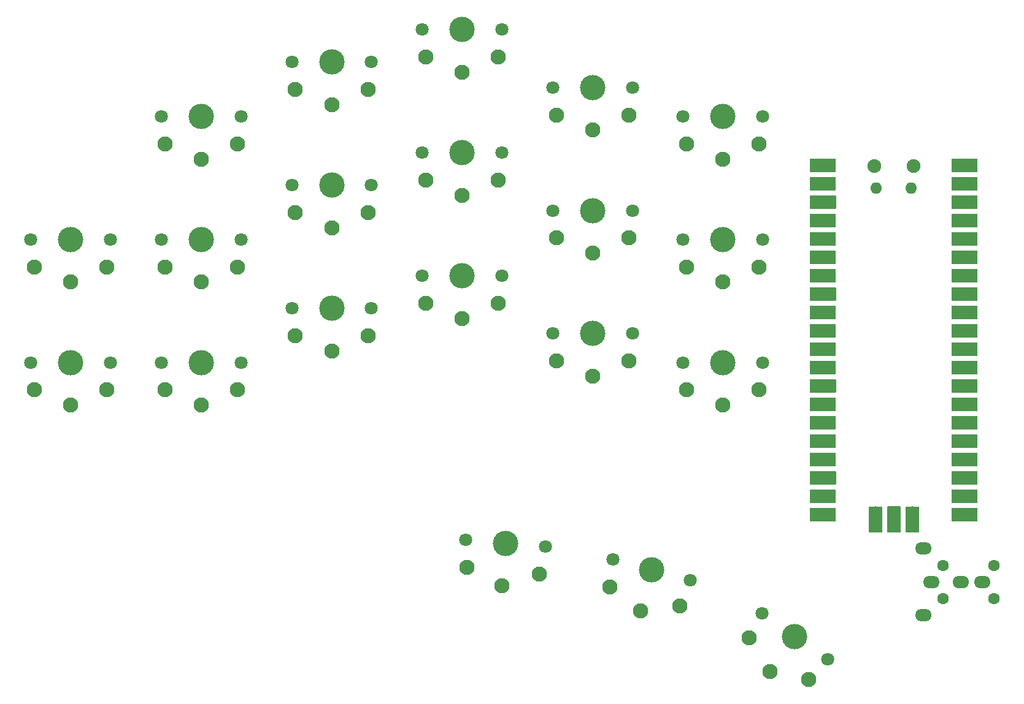
<source format=gbr>
%TF.GenerationSoftware,KiCad,Pcbnew,6.0.6*%
%TF.CreationDate,2022-07-16T22:08:54-05:00*%
%TF.ProjectId,junk,6a756e6b-2e6b-4696-9361-645f70636258,v1.0.0*%
%TF.SameCoordinates,Original*%
%TF.FileFunction,Soldermask,Top*%
%TF.FilePolarity,Negative*%
%FSLAX46Y46*%
G04 Gerber Fmt 4.6, Leading zero omitted, Abs format (unit mm)*
G04 Created by KiCad (PCBNEW 6.0.6) date 2022-07-16 22:08:54*
%MOMM*%
%LPD*%
G01*
G04 APERTURE LIST*
G04 Aperture macros list*
%AMRoundRect*
0 Rectangle with rounded corners*
0 $1 Rounding radius*
0 $2 $3 $4 $5 $6 $7 $8 $9 X,Y pos of 4 corners*
0 Add a 4 corners polygon primitive as box body*
4,1,4,$2,$3,$4,$5,$6,$7,$8,$9,$2,$3,0*
0 Add four circle primitives for the rounded corners*
1,1,$1+$1,$2,$3*
1,1,$1+$1,$4,$5*
1,1,$1+$1,$6,$7*
1,1,$1+$1,$8,$9*
0 Add four rect primitives between the rounded corners*
20,1,$1+$1,$2,$3,$4,$5,0*
20,1,$1+$1,$4,$5,$6,$7,0*
20,1,$1+$1,$6,$7,$8,$9,0*
20,1,$1+$1,$8,$9,$2,$3,0*%
G04 Aperture macros list end*
%ADD10C,3.500000*%
%ADD11C,1.800000*%
%ADD12C,2.100000*%
%ADD13O,1.900000X1.900000*%
%ADD14O,1.600000X1.600000*%
%ADD15O,1.800000X1.800000*%
%ADD16RoundRect,0.050000X-1.750000X-0.850000X1.750000X-0.850000X1.750000X0.850000X-1.750000X0.850000X0*%
%ADD17RoundRect,0.050000X-0.850000X-0.850000X0.850000X-0.850000X0.850000X0.850000X-0.850000X0.850000X0*%
%ADD18RoundRect,0.050000X0.850000X-1.750000X0.850000X1.750000X-0.850000X1.750000X-0.850000X-1.750000X0*%
%ADD19C,1.600000*%
%ADD20O,2.300000X1.700000*%
G04 APERTURE END LIST*
D10*
%TO.C,S20*%
X260379303Y-197779610D03*
D11*
X264884639Y-200934280D03*
X255873967Y-194624940D03*
D12*
X256995202Y-202612607D03*
X262295473Y-203760270D03*
X254103952Y-198024506D03*
%TD*%
D10*
%TO.C,S19*%
X240639980Y-188575012D03*
D11*
X245952572Y-189998517D03*
X235327388Y-187151507D03*
D12*
X239112948Y-194273974D03*
X244486097Y-193539625D03*
X234826838Y-190951435D03*
%TD*%
D10*
%TO.C,S18*%
X220470000Y-184930000D03*
D11*
X225949071Y-185409357D03*
X214990929Y-184450643D03*
D12*
X219955781Y-190807549D03*
X225119782Y-189151319D03*
X215157835Y-188279761D03*
%TD*%
D10*
%TO.C,S17*%
X250470000Y-125930000D03*
D11*
X255970000Y-125930000D03*
X244970000Y-125930000D03*
D12*
X250470000Y-131830000D03*
X255470000Y-129730000D03*
X245470000Y-129730000D03*
%TD*%
D10*
%TO.C,S16*%
X250470000Y-142930000D03*
D11*
X255970000Y-142930000D03*
X244970000Y-142930000D03*
D12*
X250470000Y-148830000D03*
X255470000Y-146730000D03*
X245470000Y-146730000D03*
%TD*%
D10*
%TO.C,S15*%
X250470000Y-159930000D03*
D11*
X255970000Y-159930000D03*
X244970000Y-159930000D03*
D12*
X250470000Y-165830000D03*
X255470000Y-163730000D03*
X245470000Y-163730000D03*
%TD*%
D10*
%TO.C,S14*%
X232470000Y-121930000D03*
D11*
X237970000Y-121930000D03*
X226970000Y-121930000D03*
D12*
X232470000Y-127830000D03*
X237470000Y-125730000D03*
X227470000Y-125730000D03*
%TD*%
D10*
%TO.C,S13*%
X232470000Y-138930000D03*
D11*
X237970000Y-138930000D03*
X226970000Y-138930000D03*
D12*
X232470000Y-144830000D03*
X237470000Y-142730000D03*
X227470000Y-142730000D03*
%TD*%
D10*
%TO.C,S12*%
X232470000Y-155930000D03*
D11*
X237970000Y-155930000D03*
X226970000Y-155930000D03*
D12*
X232470000Y-161830000D03*
X237470000Y-159730000D03*
X227470000Y-159730000D03*
%TD*%
D10*
%TO.C,S11*%
X214470000Y-113930000D03*
D11*
X219970000Y-113930000D03*
X208970000Y-113930000D03*
D12*
X214470000Y-119830000D03*
X219470000Y-117730000D03*
X209470000Y-117730000D03*
%TD*%
D10*
%TO.C,S10*%
X214470000Y-130930000D03*
D11*
X219970000Y-130930000D03*
X208970000Y-130930000D03*
D12*
X214470000Y-136830000D03*
X219470000Y-134730000D03*
X209470000Y-134730000D03*
%TD*%
D10*
%TO.C,S9*%
X214470000Y-147930000D03*
D11*
X219970000Y-147930000D03*
X208970000Y-147930000D03*
D12*
X214470000Y-153830000D03*
X219470000Y-151730000D03*
X209470000Y-151730000D03*
%TD*%
D10*
%TO.C,S8*%
X196470000Y-118430000D03*
D11*
X201970000Y-118430000D03*
X190970000Y-118430000D03*
D12*
X196470000Y-124330000D03*
X201470000Y-122230000D03*
X191470000Y-122230000D03*
%TD*%
D10*
%TO.C,S7*%
X196470000Y-135430000D03*
D11*
X201970000Y-135430000D03*
X190970000Y-135430000D03*
D12*
X196470000Y-141330000D03*
X201470000Y-139230000D03*
X191470000Y-139230000D03*
%TD*%
D10*
%TO.C,S6*%
X196470000Y-152430000D03*
D11*
X201970000Y-152430000D03*
X190970000Y-152430000D03*
D12*
X196470000Y-158330000D03*
X201470000Y-156230000D03*
X191470000Y-156230000D03*
%TD*%
D10*
%TO.C,S5*%
X178470000Y-125930000D03*
D11*
X183970000Y-125930000D03*
X172970000Y-125930000D03*
D12*
X178470000Y-131830000D03*
X183470000Y-129730000D03*
X173470000Y-129730000D03*
%TD*%
D10*
%TO.C,S4*%
X178470000Y-142930000D03*
D11*
X183970000Y-142930000D03*
X172970000Y-142930000D03*
D12*
X178470000Y-148830000D03*
X183470000Y-146730000D03*
X173470000Y-146730000D03*
%TD*%
D10*
%TO.C,S3*%
X178470000Y-159930000D03*
D11*
X183970000Y-159930000D03*
X172970000Y-159930000D03*
D12*
X178470000Y-165830000D03*
X183470000Y-163730000D03*
X173470000Y-163730000D03*
%TD*%
D10*
%TO.C,S2*%
X160470000Y-142930000D03*
D11*
X165970000Y-142930000D03*
X154970000Y-142930000D03*
D12*
X160470000Y-148830000D03*
X165470000Y-146730000D03*
X155470000Y-146730000D03*
%TD*%
D10*
%TO.C,S1*%
X160470000Y-159930000D03*
D11*
X165970000Y-159930000D03*
X154970000Y-159930000D03*
D12*
X160470000Y-165830000D03*
X165470000Y-163730000D03*
X155470000Y-163730000D03*
%TD*%
D13*
%TO.C,U1*%
X276765000Y-132800000D03*
X271315000Y-132800000D03*
D14*
X271615000Y-135830000D03*
X276465000Y-135830000D03*
D15*
X265150000Y-132670000D03*
D16*
X264250000Y-132670000D03*
D15*
X265150000Y-135210000D03*
D16*
X264250000Y-135210000D03*
X264250000Y-137750000D03*
D17*
X265150000Y-137750000D03*
D15*
X265150000Y-140290000D03*
D16*
X264250000Y-140290000D03*
D15*
X265150000Y-142830000D03*
D16*
X264250000Y-142830000D03*
D15*
X265150000Y-145370000D03*
D16*
X264250000Y-145370000D03*
X264250000Y-147910000D03*
D15*
X265150000Y-147910000D03*
D17*
X265150000Y-150450000D03*
D16*
X264250000Y-150450000D03*
X264250000Y-152990000D03*
D15*
X265150000Y-152990000D03*
X265150000Y-155530000D03*
D16*
X264250000Y-155530000D03*
X264250000Y-158070000D03*
D15*
X265150000Y-158070000D03*
X265150000Y-160610000D03*
D16*
X264250000Y-160610000D03*
D17*
X265150000Y-163150000D03*
D16*
X264250000Y-163150000D03*
X264250000Y-165690000D03*
D15*
X265150000Y-165690000D03*
X265150000Y-168230000D03*
D16*
X264250000Y-168230000D03*
X264250000Y-170770000D03*
D15*
X265150000Y-170770000D03*
D16*
X264250000Y-173310000D03*
D15*
X265150000Y-173310000D03*
D16*
X264250000Y-175850000D03*
D17*
X265150000Y-175850000D03*
D15*
X265150000Y-178390000D03*
D16*
X264250000Y-178390000D03*
X264250000Y-180930000D03*
D15*
X265150000Y-180930000D03*
D16*
X283830000Y-180930000D03*
D15*
X282930000Y-180930000D03*
D16*
X283830000Y-178390000D03*
D15*
X282930000Y-178390000D03*
D16*
X283830000Y-175850000D03*
D17*
X282930000Y-175850000D03*
D15*
X282930000Y-173310000D03*
D16*
X283830000Y-173310000D03*
X283830000Y-170770000D03*
D15*
X282930000Y-170770000D03*
D16*
X283830000Y-168230000D03*
D15*
X282930000Y-168230000D03*
X282930000Y-165690000D03*
D16*
X283830000Y-165690000D03*
D17*
X282930000Y-163150000D03*
D16*
X283830000Y-163150000D03*
D15*
X282930000Y-160610000D03*
D16*
X283830000Y-160610000D03*
X283830000Y-158070000D03*
D15*
X282930000Y-158070000D03*
X282930000Y-155530000D03*
D16*
X283830000Y-155530000D03*
D15*
X282930000Y-152990000D03*
D16*
X283830000Y-152990000D03*
X283830000Y-150450000D03*
D17*
X282930000Y-150450000D03*
D16*
X283830000Y-147910000D03*
D15*
X282930000Y-147910000D03*
D16*
X283830000Y-145370000D03*
D15*
X282930000Y-145370000D03*
X282930000Y-142830000D03*
D16*
X283830000Y-142830000D03*
X283830000Y-140290000D03*
D15*
X282930000Y-140290000D03*
D16*
X283830000Y-137750000D03*
D17*
X282930000Y-137750000D03*
D16*
X283830000Y-135210000D03*
D15*
X282930000Y-135210000D03*
X282930000Y-132670000D03*
D16*
X283830000Y-132670000D03*
D18*
X271500000Y-181600000D03*
D15*
X271500000Y-180700000D03*
D17*
X274040000Y-180700000D03*
D18*
X274040000Y-181600000D03*
D15*
X276580000Y-180700000D03*
D18*
X276580000Y-181600000D03*
%TD*%
D19*
%TO.C,U2*%
X280860000Y-192560000D03*
X287860000Y-192560000D03*
D20*
X278160000Y-194860000D03*
X278160000Y-185660000D03*
X279260000Y-190260000D03*
X286260000Y-190260000D03*
D19*
X280860000Y-187960000D03*
X287860000Y-187960000D03*
D20*
X283260000Y-190260000D03*
%TD*%
M02*

</source>
